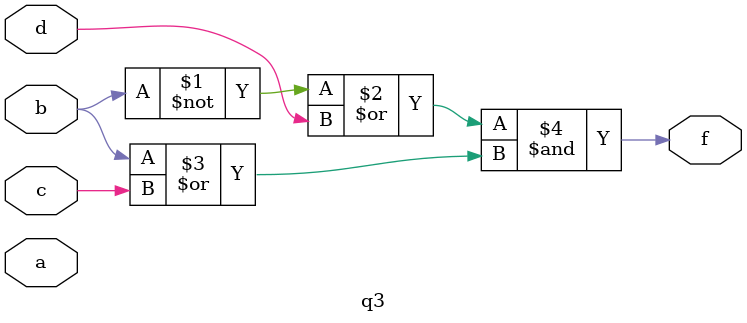
<source format=v>
module q3(a,b,c,d,f);
input a,b,c,d;
output f;
assign f = (~b | d) & (b | c);
endmodule                                                                                                                                                                                                                 

</source>
